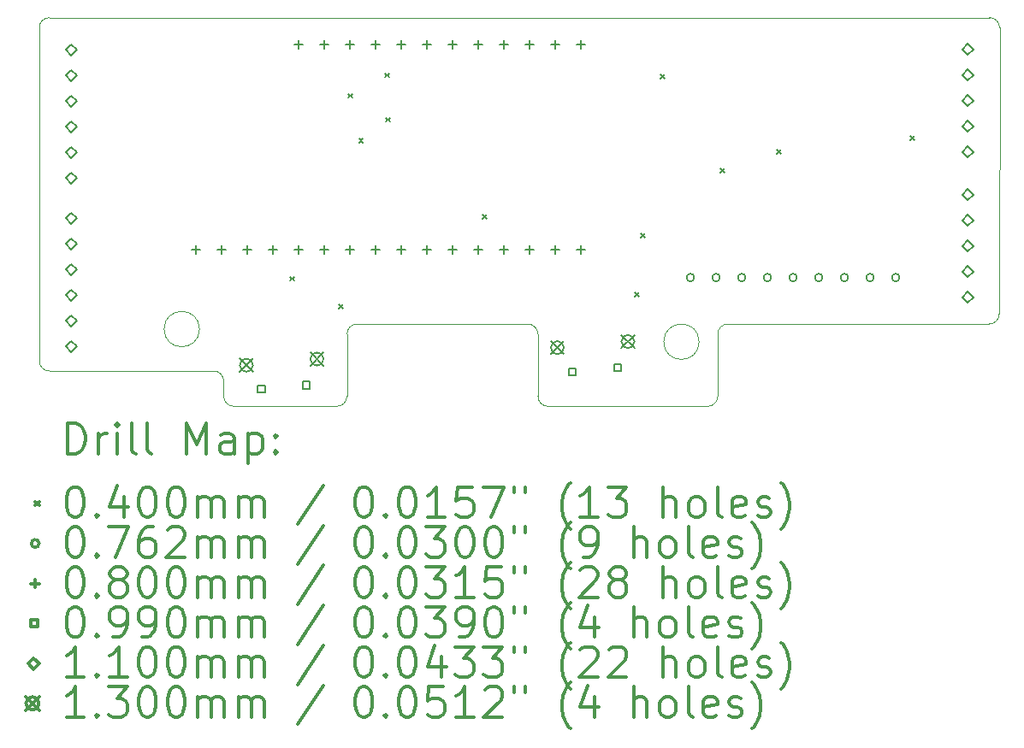
<source format=gbr>
%FSLAX45Y45*%
G04 Gerber Fmt 4.5, Leading zero omitted, Abs format (unit mm)*
G04 Created by KiCad (PCBNEW (5.1.10-1-10_14)) date 2021-07-05 16:23:32*
%MOMM*%
%LPD*%
G01*
G04 APERTURE LIST*
%TA.AperFunction,Profile*%
%ADD10C,0.050000*%
%TD*%
%ADD11C,0.200000*%
%ADD12C,0.300000*%
G04 APERTURE END LIST*
D10*
X14580000Y-8350000D02*
G75*
G03*
X14580000Y-8350000I-175000J0D01*
G01*
X9635000Y-8225000D02*
G75*
G03*
X9635000Y-8225000I-175000J0D01*
G01*
X8050000Y-5240000D02*
G75*
G02*
X8150000Y-5140000I100000J0D01*
G01*
X8150000Y-8640000D02*
G75*
G02*
X8050000Y-8540000I0J100000D01*
G01*
X9775000Y-8640000D02*
G75*
G02*
X9875000Y-8740000I0J-100000D01*
G01*
X9975000Y-8990000D02*
G75*
G02*
X9875000Y-8890000I0J100000D01*
G01*
X11095000Y-8890000D02*
G75*
G02*
X10995000Y-8990000I-100000J0D01*
G01*
X11095000Y-8275000D02*
G75*
G02*
X11195000Y-8175000I100000J0D01*
G01*
X12885000Y-8175000D02*
G75*
G02*
X12985000Y-8275000I0J-100000D01*
G01*
X13085000Y-8990000D02*
G75*
G02*
X12985000Y-8890000I0J100000D01*
G01*
X14765000Y-8890000D02*
G75*
G02*
X14665000Y-8990000I-100000J0D01*
G01*
X14765000Y-8275000D02*
G75*
G02*
X14865000Y-8175000I100000J0D01*
G01*
X17550000Y-8075000D02*
G75*
G02*
X17450000Y-8175000I-100000J0D01*
G01*
X17455000Y-5140000D02*
G75*
G02*
X17555000Y-5240000I0J-100000D01*
G01*
X8050000Y-5240000D02*
X8050000Y-8540000D01*
X17455000Y-5140000D02*
X8150000Y-5140000D01*
X8150000Y-8640000D02*
X9775000Y-8640000D01*
X9875000Y-8890000D02*
X9875000Y-8740000D01*
X10995000Y-8990000D02*
X9975000Y-8990000D01*
X11095000Y-8275000D02*
X11095000Y-8890000D01*
X12885000Y-8175000D02*
X11195000Y-8175000D01*
X12985000Y-8890000D02*
X12985000Y-8275000D01*
X14665000Y-8990000D02*
X13085000Y-8990000D01*
X14765000Y-8275000D02*
X14765000Y-8890000D01*
X14880000Y-8175000D02*
X14865000Y-8175000D01*
X17450000Y-8175000D02*
X14880000Y-8175000D01*
X17555000Y-5240000D02*
X17550000Y-8075000D01*
D11*
X10535000Y-7705000D02*
X10575000Y-7745000D01*
X10575000Y-7705000D02*
X10535000Y-7745000D01*
X11015000Y-7980000D02*
X11055000Y-8020000D01*
X11055000Y-7980000D02*
X11015000Y-8020000D01*
X11110000Y-5895000D02*
X11150000Y-5935000D01*
X11150000Y-5895000D02*
X11110000Y-5935000D01*
X11215000Y-6340000D02*
X11255000Y-6380000D01*
X11255000Y-6340000D02*
X11215000Y-6380000D01*
X11475000Y-5690000D02*
X11515000Y-5730000D01*
X11515000Y-5690000D02*
X11475000Y-5730000D01*
X11480000Y-6130000D02*
X11520000Y-6170000D01*
X11520000Y-6130000D02*
X11480000Y-6170000D01*
X12438749Y-7093749D02*
X12478749Y-7133749D01*
X12478749Y-7093749D02*
X12438749Y-7133749D01*
X13945002Y-7860001D02*
X13985002Y-7900001D01*
X13985002Y-7860001D02*
X13945002Y-7900001D01*
X14005000Y-7280000D02*
X14045000Y-7320000D01*
X14045000Y-7280000D02*
X14005000Y-7320000D01*
X14197500Y-5705000D02*
X14237500Y-5745000D01*
X14237500Y-5705000D02*
X14197500Y-5745000D01*
X14792500Y-6637500D02*
X14832500Y-6677500D01*
X14832500Y-6637500D02*
X14792500Y-6677500D01*
X15350000Y-6449999D02*
X15390000Y-6489999D01*
X15390000Y-6449999D02*
X15350000Y-6489999D01*
X16670000Y-6315000D02*
X16710000Y-6355000D01*
X16710000Y-6315000D02*
X16670000Y-6355000D01*
X14532100Y-7715000D02*
G75*
G03*
X14532100Y-7715000I-38100J0D01*
G01*
X14786100Y-7715000D02*
G75*
G03*
X14786100Y-7715000I-38100J0D01*
G01*
X15040100Y-7715000D02*
G75*
G03*
X15040100Y-7715000I-38100J0D01*
G01*
X15294100Y-7715000D02*
G75*
G03*
X15294100Y-7715000I-38100J0D01*
G01*
X15548100Y-7715000D02*
G75*
G03*
X15548100Y-7715000I-38100J0D01*
G01*
X15802100Y-7715000D02*
G75*
G03*
X15802100Y-7715000I-38100J0D01*
G01*
X16056100Y-7715000D02*
G75*
G03*
X16056100Y-7715000I-38100J0D01*
G01*
X16310100Y-7715000D02*
G75*
G03*
X16310100Y-7715000I-38100J0D01*
G01*
X16564100Y-7715000D02*
G75*
G03*
X16564100Y-7715000I-38100J0D01*
G01*
X9600000Y-7399000D02*
X9600000Y-7479000D01*
X9560000Y-7439000D02*
X9640000Y-7439000D01*
X9854000Y-7399000D02*
X9854000Y-7479000D01*
X9814000Y-7439000D02*
X9894000Y-7439000D01*
X10108000Y-7399000D02*
X10108000Y-7479000D01*
X10068000Y-7439000D02*
X10148000Y-7439000D01*
X10362000Y-7399000D02*
X10362000Y-7479000D01*
X10322000Y-7439000D02*
X10402000Y-7439000D01*
X10616000Y-5367000D02*
X10616000Y-5447000D01*
X10576000Y-5407000D02*
X10656000Y-5407000D01*
X10616000Y-7399000D02*
X10616000Y-7479000D01*
X10576000Y-7439000D02*
X10656000Y-7439000D01*
X10870000Y-5367000D02*
X10870000Y-5447000D01*
X10830000Y-5407000D02*
X10910000Y-5407000D01*
X10870000Y-7399000D02*
X10870000Y-7479000D01*
X10830000Y-7439000D02*
X10910000Y-7439000D01*
X11124000Y-5367000D02*
X11124000Y-5447000D01*
X11084000Y-5407000D02*
X11164000Y-5407000D01*
X11124000Y-7399000D02*
X11124000Y-7479000D01*
X11084000Y-7439000D02*
X11164000Y-7439000D01*
X11378000Y-5367000D02*
X11378000Y-5447000D01*
X11338000Y-5407000D02*
X11418000Y-5407000D01*
X11378000Y-7399000D02*
X11378000Y-7479000D01*
X11338000Y-7439000D02*
X11418000Y-7439000D01*
X11632000Y-5367000D02*
X11632000Y-5447000D01*
X11592000Y-5407000D02*
X11672000Y-5407000D01*
X11632000Y-7399000D02*
X11632000Y-7479000D01*
X11592000Y-7439000D02*
X11672000Y-7439000D01*
X11886000Y-5367000D02*
X11886000Y-5447000D01*
X11846000Y-5407000D02*
X11926000Y-5407000D01*
X11886000Y-7399000D02*
X11886000Y-7479000D01*
X11846000Y-7439000D02*
X11926000Y-7439000D01*
X12140000Y-5367000D02*
X12140000Y-5447000D01*
X12100000Y-5407000D02*
X12180000Y-5407000D01*
X12140000Y-7399000D02*
X12140000Y-7479000D01*
X12100000Y-7439000D02*
X12180000Y-7439000D01*
X12394000Y-5367000D02*
X12394000Y-5447000D01*
X12354000Y-5407000D02*
X12434000Y-5407000D01*
X12394000Y-7399000D02*
X12394000Y-7479000D01*
X12354000Y-7439000D02*
X12434000Y-7439000D01*
X12648000Y-5367000D02*
X12648000Y-5447000D01*
X12608000Y-5407000D02*
X12688000Y-5407000D01*
X12648000Y-7399000D02*
X12648000Y-7479000D01*
X12608000Y-7439000D02*
X12688000Y-7439000D01*
X12902000Y-5367000D02*
X12902000Y-5447000D01*
X12862000Y-5407000D02*
X12942000Y-5407000D01*
X12902000Y-7399000D02*
X12902000Y-7479000D01*
X12862000Y-7439000D02*
X12942000Y-7439000D01*
X13156000Y-5367000D02*
X13156000Y-5447000D01*
X13116000Y-5407000D02*
X13196000Y-5407000D01*
X13156000Y-7399000D02*
X13156000Y-7479000D01*
X13116000Y-7439000D02*
X13196000Y-7439000D01*
X13410000Y-5367000D02*
X13410000Y-5447000D01*
X13370000Y-5407000D02*
X13450000Y-5407000D01*
X13410000Y-7399000D02*
X13410000Y-7479000D01*
X13370000Y-7439000D02*
X13450000Y-7439000D01*
X10281715Y-8854222D02*
X10281715Y-8784218D01*
X10211710Y-8784218D01*
X10211710Y-8854222D01*
X10281715Y-8854222D01*
X10730002Y-8815002D02*
X10730002Y-8744998D01*
X10659998Y-8744998D01*
X10659998Y-8815002D01*
X10730002Y-8815002D01*
X13359214Y-8681722D02*
X13359214Y-8611718D01*
X13289210Y-8611718D01*
X13289210Y-8681722D01*
X13359214Y-8681722D01*
X13807502Y-8642502D02*
X13807502Y-8572498D01*
X13737498Y-8572498D01*
X13737498Y-8642502D01*
X13807502Y-8642502D01*
X8365000Y-5512500D02*
X8420000Y-5457500D01*
X8365000Y-5402500D01*
X8310000Y-5457500D01*
X8365000Y-5512500D01*
X8365000Y-5766500D02*
X8420000Y-5711500D01*
X8365000Y-5656500D01*
X8310000Y-5711500D01*
X8365000Y-5766500D01*
X8365000Y-6020500D02*
X8420000Y-5965500D01*
X8365000Y-5910500D01*
X8310000Y-5965500D01*
X8365000Y-6020500D01*
X8365000Y-6274500D02*
X8420000Y-6219500D01*
X8365000Y-6164500D01*
X8310000Y-6219500D01*
X8365000Y-6274500D01*
X8365000Y-6528500D02*
X8420000Y-6473500D01*
X8365000Y-6418500D01*
X8310000Y-6473500D01*
X8365000Y-6528500D01*
X8365000Y-6782500D02*
X8420000Y-6727500D01*
X8365000Y-6672500D01*
X8310000Y-6727500D01*
X8365000Y-6782500D01*
X8365000Y-7180000D02*
X8420000Y-7125000D01*
X8365000Y-7070000D01*
X8310000Y-7125000D01*
X8365000Y-7180000D01*
X8365000Y-7434000D02*
X8420000Y-7379000D01*
X8365000Y-7324000D01*
X8310000Y-7379000D01*
X8365000Y-7434000D01*
X8365000Y-7688000D02*
X8420000Y-7633000D01*
X8365000Y-7578000D01*
X8310000Y-7633000D01*
X8365000Y-7688000D01*
X8365000Y-7942000D02*
X8420000Y-7887000D01*
X8365000Y-7832000D01*
X8310000Y-7887000D01*
X8365000Y-7942000D01*
X8365000Y-8196000D02*
X8420000Y-8141000D01*
X8365000Y-8086000D01*
X8310000Y-8141000D01*
X8365000Y-8196000D01*
X8365000Y-8450000D02*
X8420000Y-8395000D01*
X8365000Y-8340000D01*
X8310000Y-8395000D01*
X8365000Y-8450000D01*
X17240000Y-5510000D02*
X17295000Y-5455000D01*
X17240000Y-5400000D01*
X17185000Y-5455000D01*
X17240000Y-5510000D01*
X17240000Y-5764000D02*
X17295000Y-5709000D01*
X17240000Y-5654000D01*
X17185000Y-5709000D01*
X17240000Y-5764000D01*
X17240000Y-6018000D02*
X17295000Y-5963000D01*
X17240000Y-5908000D01*
X17185000Y-5963000D01*
X17240000Y-6018000D01*
X17240000Y-6272000D02*
X17295000Y-6217000D01*
X17240000Y-6162000D01*
X17185000Y-6217000D01*
X17240000Y-6272000D01*
X17240000Y-6526000D02*
X17295000Y-6471000D01*
X17240000Y-6416000D01*
X17185000Y-6471000D01*
X17240000Y-6526000D01*
X17240000Y-6949000D02*
X17295000Y-6894000D01*
X17240000Y-6839000D01*
X17185000Y-6894000D01*
X17240000Y-6949000D01*
X17240000Y-7203000D02*
X17295000Y-7148000D01*
X17240000Y-7093000D01*
X17185000Y-7148000D01*
X17240000Y-7203000D01*
X17240000Y-7457000D02*
X17295000Y-7402000D01*
X17240000Y-7347000D01*
X17185000Y-7402000D01*
X17240000Y-7457000D01*
X17240000Y-7711000D02*
X17295000Y-7656000D01*
X17240000Y-7601000D01*
X17185000Y-7656000D01*
X17240000Y-7711000D01*
X17240000Y-7965000D02*
X17295000Y-7910000D01*
X17240000Y-7855000D01*
X17185000Y-7910000D01*
X17240000Y-7965000D01*
X10034490Y-8517149D02*
X10164490Y-8647149D01*
X10164490Y-8517149D02*
X10034490Y-8647149D01*
X10164490Y-8582149D02*
G75*
G03*
X10164490Y-8582149I-65000J0D01*
G01*
X10732823Y-8456053D02*
X10862823Y-8586053D01*
X10862823Y-8456053D02*
X10732823Y-8586053D01*
X10862823Y-8521053D02*
G75*
G03*
X10862823Y-8521053I-65000J0D01*
G01*
X13111990Y-8344649D02*
X13241990Y-8474649D01*
X13241990Y-8344649D02*
X13111990Y-8474649D01*
X13241990Y-8409649D02*
G75*
G03*
X13241990Y-8409649I-65000J0D01*
G01*
X13810323Y-8283553D02*
X13940323Y-8413553D01*
X13940323Y-8283553D02*
X13810323Y-8413553D01*
X13940323Y-8348553D02*
G75*
G03*
X13940323Y-8348553I-65000J0D01*
G01*
D12*
X8333928Y-9458214D02*
X8333928Y-9158214D01*
X8405357Y-9158214D01*
X8448214Y-9172500D01*
X8476786Y-9201072D01*
X8491071Y-9229643D01*
X8505357Y-9286786D01*
X8505357Y-9329643D01*
X8491071Y-9386786D01*
X8476786Y-9415357D01*
X8448214Y-9443929D01*
X8405357Y-9458214D01*
X8333928Y-9458214D01*
X8633928Y-9458214D02*
X8633928Y-9258214D01*
X8633928Y-9315357D02*
X8648214Y-9286786D01*
X8662500Y-9272500D01*
X8691071Y-9258214D01*
X8719643Y-9258214D01*
X8819643Y-9458214D02*
X8819643Y-9258214D01*
X8819643Y-9158214D02*
X8805357Y-9172500D01*
X8819643Y-9186786D01*
X8833928Y-9172500D01*
X8819643Y-9158214D01*
X8819643Y-9186786D01*
X9005357Y-9458214D02*
X8976786Y-9443929D01*
X8962500Y-9415357D01*
X8962500Y-9158214D01*
X9162500Y-9458214D02*
X9133928Y-9443929D01*
X9119643Y-9415357D01*
X9119643Y-9158214D01*
X9505357Y-9458214D02*
X9505357Y-9158214D01*
X9605357Y-9372500D01*
X9705357Y-9158214D01*
X9705357Y-9458214D01*
X9976786Y-9458214D02*
X9976786Y-9301072D01*
X9962500Y-9272500D01*
X9933928Y-9258214D01*
X9876786Y-9258214D01*
X9848214Y-9272500D01*
X9976786Y-9443929D02*
X9948214Y-9458214D01*
X9876786Y-9458214D01*
X9848214Y-9443929D01*
X9833928Y-9415357D01*
X9833928Y-9386786D01*
X9848214Y-9358214D01*
X9876786Y-9343929D01*
X9948214Y-9343929D01*
X9976786Y-9329643D01*
X10119643Y-9258214D02*
X10119643Y-9558214D01*
X10119643Y-9272500D02*
X10148214Y-9258214D01*
X10205357Y-9258214D01*
X10233928Y-9272500D01*
X10248214Y-9286786D01*
X10262500Y-9315357D01*
X10262500Y-9401072D01*
X10248214Y-9429643D01*
X10233928Y-9443929D01*
X10205357Y-9458214D01*
X10148214Y-9458214D01*
X10119643Y-9443929D01*
X10391071Y-9429643D02*
X10405357Y-9443929D01*
X10391071Y-9458214D01*
X10376786Y-9443929D01*
X10391071Y-9429643D01*
X10391071Y-9458214D01*
X10391071Y-9272500D02*
X10405357Y-9286786D01*
X10391071Y-9301072D01*
X10376786Y-9286786D01*
X10391071Y-9272500D01*
X10391071Y-9301072D01*
X8007500Y-9932500D02*
X8047500Y-9972500D01*
X8047500Y-9932500D02*
X8007500Y-9972500D01*
X8391071Y-9788214D02*
X8419643Y-9788214D01*
X8448214Y-9802500D01*
X8462500Y-9816786D01*
X8476786Y-9845357D01*
X8491071Y-9902500D01*
X8491071Y-9973929D01*
X8476786Y-10031072D01*
X8462500Y-10059643D01*
X8448214Y-10073929D01*
X8419643Y-10088214D01*
X8391071Y-10088214D01*
X8362500Y-10073929D01*
X8348214Y-10059643D01*
X8333928Y-10031072D01*
X8319643Y-9973929D01*
X8319643Y-9902500D01*
X8333928Y-9845357D01*
X8348214Y-9816786D01*
X8362500Y-9802500D01*
X8391071Y-9788214D01*
X8619643Y-10059643D02*
X8633928Y-10073929D01*
X8619643Y-10088214D01*
X8605357Y-10073929D01*
X8619643Y-10059643D01*
X8619643Y-10088214D01*
X8891071Y-9888214D02*
X8891071Y-10088214D01*
X8819643Y-9773929D02*
X8748214Y-9988214D01*
X8933928Y-9988214D01*
X9105357Y-9788214D02*
X9133928Y-9788214D01*
X9162500Y-9802500D01*
X9176786Y-9816786D01*
X9191071Y-9845357D01*
X9205357Y-9902500D01*
X9205357Y-9973929D01*
X9191071Y-10031072D01*
X9176786Y-10059643D01*
X9162500Y-10073929D01*
X9133928Y-10088214D01*
X9105357Y-10088214D01*
X9076786Y-10073929D01*
X9062500Y-10059643D01*
X9048214Y-10031072D01*
X9033928Y-9973929D01*
X9033928Y-9902500D01*
X9048214Y-9845357D01*
X9062500Y-9816786D01*
X9076786Y-9802500D01*
X9105357Y-9788214D01*
X9391071Y-9788214D02*
X9419643Y-9788214D01*
X9448214Y-9802500D01*
X9462500Y-9816786D01*
X9476786Y-9845357D01*
X9491071Y-9902500D01*
X9491071Y-9973929D01*
X9476786Y-10031072D01*
X9462500Y-10059643D01*
X9448214Y-10073929D01*
X9419643Y-10088214D01*
X9391071Y-10088214D01*
X9362500Y-10073929D01*
X9348214Y-10059643D01*
X9333928Y-10031072D01*
X9319643Y-9973929D01*
X9319643Y-9902500D01*
X9333928Y-9845357D01*
X9348214Y-9816786D01*
X9362500Y-9802500D01*
X9391071Y-9788214D01*
X9619643Y-10088214D02*
X9619643Y-9888214D01*
X9619643Y-9916786D02*
X9633928Y-9902500D01*
X9662500Y-9888214D01*
X9705357Y-9888214D01*
X9733928Y-9902500D01*
X9748214Y-9931072D01*
X9748214Y-10088214D01*
X9748214Y-9931072D02*
X9762500Y-9902500D01*
X9791071Y-9888214D01*
X9833928Y-9888214D01*
X9862500Y-9902500D01*
X9876786Y-9931072D01*
X9876786Y-10088214D01*
X10019643Y-10088214D02*
X10019643Y-9888214D01*
X10019643Y-9916786D02*
X10033928Y-9902500D01*
X10062500Y-9888214D01*
X10105357Y-9888214D01*
X10133928Y-9902500D01*
X10148214Y-9931072D01*
X10148214Y-10088214D01*
X10148214Y-9931072D02*
X10162500Y-9902500D01*
X10191071Y-9888214D01*
X10233928Y-9888214D01*
X10262500Y-9902500D01*
X10276786Y-9931072D01*
X10276786Y-10088214D01*
X10862500Y-9773929D02*
X10605357Y-10159643D01*
X11248214Y-9788214D02*
X11276786Y-9788214D01*
X11305357Y-9802500D01*
X11319643Y-9816786D01*
X11333928Y-9845357D01*
X11348214Y-9902500D01*
X11348214Y-9973929D01*
X11333928Y-10031072D01*
X11319643Y-10059643D01*
X11305357Y-10073929D01*
X11276786Y-10088214D01*
X11248214Y-10088214D01*
X11219643Y-10073929D01*
X11205357Y-10059643D01*
X11191071Y-10031072D01*
X11176786Y-9973929D01*
X11176786Y-9902500D01*
X11191071Y-9845357D01*
X11205357Y-9816786D01*
X11219643Y-9802500D01*
X11248214Y-9788214D01*
X11476786Y-10059643D02*
X11491071Y-10073929D01*
X11476786Y-10088214D01*
X11462500Y-10073929D01*
X11476786Y-10059643D01*
X11476786Y-10088214D01*
X11676786Y-9788214D02*
X11705357Y-9788214D01*
X11733928Y-9802500D01*
X11748214Y-9816786D01*
X11762500Y-9845357D01*
X11776786Y-9902500D01*
X11776786Y-9973929D01*
X11762500Y-10031072D01*
X11748214Y-10059643D01*
X11733928Y-10073929D01*
X11705357Y-10088214D01*
X11676786Y-10088214D01*
X11648214Y-10073929D01*
X11633928Y-10059643D01*
X11619643Y-10031072D01*
X11605357Y-9973929D01*
X11605357Y-9902500D01*
X11619643Y-9845357D01*
X11633928Y-9816786D01*
X11648214Y-9802500D01*
X11676786Y-9788214D01*
X12062500Y-10088214D02*
X11891071Y-10088214D01*
X11976786Y-10088214D02*
X11976786Y-9788214D01*
X11948214Y-9831072D01*
X11919643Y-9859643D01*
X11891071Y-9873929D01*
X12333928Y-9788214D02*
X12191071Y-9788214D01*
X12176786Y-9931072D01*
X12191071Y-9916786D01*
X12219643Y-9902500D01*
X12291071Y-9902500D01*
X12319643Y-9916786D01*
X12333928Y-9931072D01*
X12348214Y-9959643D01*
X12348214Y-10031072D01*
X12333928Y-10059643D01*
X12319643Y-10073929D01*
X12291071Y-10088214D01*
X12219643Y-10088214D01*
X12191071Y-10073929D01*
X12176786Y-10059643D01*
X12448214Y-9788214D02*
X12648214Y-9788214D01*
X12519643Y-10088214D01*
X12748214Y-9788214D02*
X12748214Y-9845357D01*
X12862500Y-9788214D02*
X12862500Y-9845357D01*
X13305357Y-10202500D02*
X13291071Y-10188214D01*
X13262500Y-10145357D01*
X13248214Y-10116786D01*
X13233928Y-10073929D01*
X13219643Y-10002500D01*
X13219643Y-9945357D01*
X13233928Y-9873929D01*
X13248214Y-9831072D01*
X13262500Y-9802500D01*
X13291071Y-9759643D01*
X13305357Y-9745357D01*
X13576786Y-10088214D02*
X13405357Y-10088214D01*
X13491071Y-10088214D02*
X13491071Y-9788214D01*
X13462500Y-9831072D01*
X13433928Y-9859643D01*
X13405357Y-9873929D01*
X13676786Y-9788214D02*
X13862500Y-9788214D01*
X13762500Y-9902500D01*
X13805357Y-9902500D01*
X13833928Y-9916786D01*
X13848214Y-9931072D01*
X13862500Y-9959643D01*
X13862500Y-10031072D01*
X13848214Y-10059643D01*
X13833928Y-10073929D01*
X13805357Y-10088214D01*
X13719643Y-10088214D01*
X13691071Y-10073929D01*
X13676786Y-10059643D01*
X14219643Y-10088214D02*
X14219643Y-9788214D01*
X14348214Y-10088214D02*
X14348214Y-9931072D01*
X14333928Y-9902500D01*
X14305357Y-9888214D01*
X14262500Y-9888214D01*
X14233928Y-9902500D01*
X14219643Y-9916786D01*
X14533928Y-10088214D02*
X14505357Y-10073929D01*
X14491071Y-10059643D01*
X14476786Y-10031072D01*
X14476786Y-9945357D01*
X14491071Y-9916786D01*
X14505357Y-9902500D01*
X14533928Y-9888214D01*
X14576786Y-9888214D01*
X14605357Y-9902500D01*
X14619643Y-9916786D01*
X14633928Y-9945357D01*
X14633928Y-10031072D01*
X14619643Y-10059643D01*
X14605357Y-10073929D01*
X14576786Y-10088214D01*
X14533928Y-10088214D01*
X14805357Y-10088214D02*
X14776786Y-10073929D01*
X14762500Y-10045357D01*
X14762500Y-9788214D01*
X15033928Y-10073929D02*
X15005357Y-10088214D01*
X14948214Y-10088214D01*
X14919643Y-10073929D01*
X14905357Y-10045357D01*
X14905357Y-9931072D01*
X14919643Y-9902500D01*
X14948214Y-9888214D01*
X15005357Y-9888214D01*
X15033928Y-9902500D01*
X15048214Y-9931072D01*
X15048214Y-9959643D01*
X14905357Y-9988214D01*
X15162500Y-10073929D02*
X15191071Y-10088214D01*
X15248214Y-10088214D01*
X15276786Y-10073929D01*
X15291071Y-10045357D01*
X15291071Y-10031072D01*
X15276786Y-10002500D01*
X15248214Y-9988214D01*
X15205357Y-9988214D01*
X15176786Y-9973929D01*
X15162500Y-9945357D01*
X15162500Y-9931072D01*
X15176786Y-9902500D01*
X15205357Y-9888214D01*
X15248214Y-9888214D01*
X15276786Y-9902500D01*
X15391071Y-10202500D02*
X15405357Y-10188214D01*
X15433928Y-10145357D01*
X15448214Y-10116786D01*
X15462500Y-10073929D01*
X15476786Y-10002500D01*
X15476786Y-9945357D01*
X15462500Y-9873929D01*
X15448214Y-9831072D01*
X15433928Y-9802500D01*
X15405357Y-9759643D01*
X15391071Y-9745357D01*
X8047500Y-10348500D02*
G75*
G03*
X8047500Y-10348500I-38100J0D01*
G01*
X8391071Y-10184214D02*
X8419643Y-10184214D01*
X8448214Y-10198500D01*
X8462500Y-10212786D01*
X8476786Y-10241357D01*
X8491071Y-10298500D01*
X8491071Y-10369929D01*
X8476786Y-10427072D01*
X8462500Y-10455643D01*
X8448214Y-10469929D01*
X8419643Y-10484214D01*
X8391071Y-10484214D01*
X8362500Y-10469929D01*
X8348214Y-10455643D01*
X8333928Y-10427072D01*
X8319643Y-10369929D01*
X8319643Y-10298500D01*
X8333928Y-10241357D01*
X8348214Y-10212786D01*
X8362500Y-10198500D01*
X8391071Y-10184214D01*
X8619643Y-10455643D02*
X8633928Y-10469929D01*
X8619643Y-10484214D01*
X8605357Y-10469929D01*
X8619643Y-10455643D01*
X8619643Y-10484214D01*
X8733928Y-10184214D02*
X8933928Y-10184214D01*
X8805357Y-10484214D01*
X9176786Y-10184214D02*
X9119643Y-10184214D01*
X9091071Y-10198500D01*
X9076786Y-10212786D01*
X9048214Y-10255643D01*
X9033928Y-10312786D01*
X9033928Y-10427072D01*
X9048214Y-10455643D01*
X9062500Y-10469929D01*
X9091071Y-10484214D01*
X9148214Y-10484214D01*
X9176786Y-10469929D01*
X9191071Y-10455643D01*
X9205357Y-10427072D01*
X9205357Y-10355643D01*
X9191071Y-10327072D01*
X9176786Y-10312786D01*
X9148214Y-10298500D01*
X9091071Y-10298500D01*
X9062500Y-10312786D01*
X9048214Y-10327072D01*
X9033928Y-10355643D01*
X9319643Y-10212786D02*
X9333928Y-10198500D01*
X9362500Y-10184214D01*
X9433928Y-10184214D01*
X9462500Y-10198500D01*
X9476786Y-10212786D01*
X9491071Y-10241357D01*
X9491071Y-10269929D01*
X9476786Y-10312786D01*
X9305357Y-10484214D01*
X9491071Y-10484214D01*
X9619643Y-10484214D02*
X9619643Y-10284214D01*
X9619643Y-10312786D02*
X9633928Y-10298500D01*
X9662500Y-10284214D01*
X9705357Y-10284214D01*
X9733928Y-10298500D01*
X9748214Y-10327072D01*
X9748214Y-10484214D01*
X9748214Y-10327072D02*
X9762500Y-10298500D01*
X9791071Y-10284214D01*
X9833928Y-10284214D01*
X9862500Y-10298500D01*
X9876786Y-10327072D01*
X9876786Y-10484214D01*
X10019643Y-10484214D02*
X10019643Y-10284214D01*
X10019643Y-10312786D02*
X10033928Y-10298500D01*
X10062500Y-10284214D01*
X10105357Y-10284214D01*
X10133928Y-10298500D01*
X10148214Y-10327072D01*
X10148214Y-10484214D01*
X10148214Y-10327072D02*
X10162500Y-10298500D01*
X10191071Y-10284214D01*
X10233928Y-10284214D01*
X10262500Y-10298500D01*
X10276786Y-10327072D01*
X10276786Y-10484214D01*
X10862500Y-10169929D02*
X10605357Y-10555643D01*
X11248214Y-10184214D02*
X11276786Y-10184214D01*
X11305357Y-10198500D01*
X11319643Y-10212786D01*
X11333928Y-10241357D01*
X11348214Y-10298500D01*
X11348214Y-10369929D01*
X11333928Y-10427072D01*
X11319643Y-10455643D01*
X11305357Y-10469929D01*
X11276786Y-10484214D01*
X11248214Y-10484214D01*
X11219643Y-10469929D01*
X11205357Y-10455643D01*
X11191071Y-10427072D01*
X11176786Y-10369929D01*
X11176786Y-10298500D01*
X11191071Y-10241357D01*
X11205357Y-10212786D01*
X11219643Y-10198500D01*
X11248214Y-10184214D01*
X11476786Y-10455643D02*
X11491071Y-10469929D01*
X11476786Y-10484214D01*
X11462500Y-10469929D01*
X11476786Y-10455643D01*
X11476786Y-10484214D01*
X11676786Y-10184214D02*
X11705357Y-10184214D01*
X11733928Y-10198500D01*
X11748214Y-10212786D01*
X11762500Y-10241357D01*
X11776786Y-10298500D01*
X11776786Y-10369929D01*
X11762500Y-10427072D01*
X11748214Y-10455643D01*
X11733928Y-10469929D01*
X11705357Y-10484214D01*
X11676786Y-10484214D01*
X11648214Y-10469929D01*
X11633928Y-10455643D01*
X11619643Y-10427072D01*
X11605357Y-10369929D01*
X11605357Y-10298500D01*
X11619643Y-10241357D01*
X11633928Y-10212786D01*
X11648214Y-10198500D01*
X11676786Y-10184214D01*
X11876786Y-10184214D02*
X12062500Y-10184214D01*
X11962500Y-10298500D01*
X12005357Y-10298500D01*
X12033928Y-10312786D01*
X12048214Y-10327072D01*
X12062500Y-10355643D01*
X12062500Y-10427072D01*
X12048214Y-10455643D01*
X12033928Y-10469929D01*
X12005357Y-10484214D01*
X11919643Y-10484214D01*
X11891071Y-10469929D01*
X11876786Y-10455643D01*
X12248214Y-10184214D02*
X12276786Y-10184214D01*
X12305357Y-10198500D01*
X12319643Y-10212786D01*
X12333928Y-10241357D01*
X12348214Y-10298500D01*
X12348214Y-10369929D01*
X12333928Y-10427072D01*
X12319643Y-10455643D01*
X12305357Y-10469929D01*
X12276786Y-10484214D01*
X12248214Y-10484214D01*
X12219643Y-10469929D01*
X12205357Y-10455643D01*
X12191071Y-10427072D01*
X12176786Y-10369929D01*
X12176786Y-10298500D01*
X12191071Y-10241357D01*
X12205357Y-10212786D01*
X12219643Y-10198500D01*
X12248214Y-10184214D01*
X12533928Y-10184214D02*
X12562500Y-10184214D01*
X12591071Y-10198500D01*
X12605357Y-10212786D01*
X12619643Y-10241357D01*
X12633928Y-10298500D01*
X12633928Y-10369929D01*
X12619643Y-10427072D01*
X12605357Y-10455643D01*
X12591071Y-10469929D01*
X12562500Y-10484214D01*
X12533928Y-10484214D01*
X12505357Y-10469929D01*
X12491071Y-10455643D01*
X12476786Y-10427072D01*
X12462500Y-10369929D01*
X12462500Y-10298500D01*
X12476786Y-10241357D01*
X12491071Y-10212786D01*
X12505357Y-10198500D01*
X12533928Y-10184214D01*
X12748214Y-10184214D02*
X12748214Y-10241357D01*
X12862500Y-10184214D02*
X12862500Y-10241357D01*
X13305357Y-10598500D02*
X13291071Y-10584214D01*
X13262500Y-10541357D01*
X13248214Y-10512786D01*
X13233928Y-10469929D01*
X13219643Y-10398500D01*
X13219643Y-10341357D01*
X13233928Y-10269929D01*
X13248214Y-10227072D01*
X13262500Y-10198500D01*
X13291071Y-10155643D01*
X13305357Y-10141357D01*
X13433928Y-10484214D02*
X13491071Y-10484214D01*
X13519643Y-10469929D01*
X13533928Y-10455643D01*
X13562500Y-10412786D01*
X13576786Y-10355643D01*
X13576786Y-10241357D01*
X13562500Y-10212786D01*
X13548214Y-10198500D01*
X13519643Y-10184214D01*
X13462500Y-10184214D01*
X13433928Y-10198500D01*
X13419643Y-10212786D01*
X13405357Y-10241357D01*
X13405357Y-10312786D01*
X13419643Y-10341357D01*
X13433928Y-10355643D01*
X13462500Y-10369929D01*
X13519643Y-10369929D01*
X13548214Y-10355643D01*
X13562500Y-10341357D01*
X13576786Y-10312786D01*
X13933928Y-10484214D02*
X13933928Y-10184214D01*
X14062500Y-10484214D02*
X14062500Y-10327072D01*
X14048214Y-10298500D01*
X14019643Y-10284214D01*
X13976786Y-10284214D01*
X13948214Y-10298500D01*
X13933928Y-10312786D01*
X14248214Y-10484214D02*
X14219643Y-10469929D01*
X14205357Y-10455643D01*
X14191071Y-10427072D01*
X14191071Y-10341357D01*
X14205357Y-10312786D01*
X14219643Y-10298500D01*
X14248214Y-10284214D01*
X14291071Y-10284214D01*
X14319643Y-10298500D01*
X14333928Y-10312786D01*
X14348214Y-10341357D01*
X14348214Y-10427072D01*
X14333928Y-10455643D01*
X14319643Y-10469929D01*
X14291071Y-10484214D01*
X14248214Y-10484214D01*
X14519643Y-10484214D02*
X14491071Y-10469929D01*
X14476786Y-10441357D01*
X14476786Y-10184214D01*
X14748214Y-10469929D02*
X14719643Y-10484214D01*
X14662500Y-10484214D01*
X14633928Y-10469929D01*
X14619643Y-10441357D01*
X14619643Y-10327072D01*
X14633928Y-10298500D01*
X14662500Y-10284214D01*
X14719643Y-10284214D01*
X14748214Y-10298500D01*
X14762500Y-10327072D01*
X14762500Y-10355643D01*
X14619643Y-10384214D01*
X14876786Y-10469929D02*
X14905357Y-10484214D01*
X14962500Y-10484214D01*
X14991071Y-10469929D01*
X15005357Y-10441357D01*
X15005357Y-10427072D01*
X14991071Y-10398500D01*
X14962500Y-10384214D01*
X14919643Y-10384214D01*
X14891071Y-10369929D01*
X14876786Y-10341357D01*
X14876786Y-10327072D01*
X14891071Y-10298500D01*
X14919643Y-10284214D01*
X14962500Y-10284214D01*
X14991071Y-10298500D01*
X15105357Y-10598500D02*
X15119643Y-10584214D01*
X15148214Y-10541357D01*
X15162500Y-10512786D01*
X15176786Y-10469929D01*
X15191071Y-10398500D01*
X15191071Y-10341357D01*
X15176786Y-10269929D01*
X15162500Y-10227072D01*
X15148214Y-10198500D01*
X15119643Y-10155643D01*
X15105357Y-10141357D01*
X8007500Y-10704500D02*
X8007500Y-10784500D01*
X7967500Y-10744500D02*
X8047500Y-10744500D01*
X8391071Y-10580214D02*
X8419643Y-10580214D01*
X8448214Y-10594500D01*
X8462500Y-10608786D01*
X8476786Y-10637357D01*
X8491071Y-10694500D01*
X8491071Y-10765929D01*
X8476786Y-10823072D01*
X8462500Y-10851643D01*
X8448214Y-10865929D01*
X8419643Y-10880214D01*
X8391071Y-10880214D01*
X8362500Y-10865929D01*
X8348214Y-10851643D01*
X8333928Y-10823072D01*
X8319643Y-10765929D01*
X8319643Y-10694500D01*
X8333928Y-10637357D01*
X8348214Y-10608786D01*
X8362500Y-10594500D01*
X8391071Y-10580214D01*
X8619643Y-10851643D02*
X8633928Y-10865929D01*
X8619643Y-10880214D01*
X8605357Y-10865929D01*
X8619643Y-10851643D01*
X8619643Y-10880214D01*
X8805357Y-10708786D02*
X8776786Y-10694500D01*
X8762500Y-10680214D01*
X8748214Y-10651643D01*
X8748214Y-10637357D01*
X8762500Y-10608786D01*
X8776786Y-10594500D01*
X8805357Y-10580214D01*
X8862500Y-10580214D01*
X8891071Y-10594500D01*
X8905357Y-10608786D01*
X8919643Y-10637357D01*
X8919643Y-10651643D01*
X8905357Y-10680214D01*
X8891071Y-10694500D01*
X8862500Y-10708786D01*
X8805357Y-10708786D01*
X8776786Y-10723072D01*
X8762500Y-10737357D01*
X8748214Y-10765929D01*
X8748214Y-10823072D01*
X8762500Y-10851643D01*
X8776786Y-10865929D01*
X8805357Y-10880214D01*
X8862500Y-10880214D01*
X8891071Y-10865929D01*
X8905357Y-10851643D01*
X8919643Y-10823072D01*
X8919643Y-10765929D01*
X8905357Y-10737357D01*
X8891071Y-10723072D01*
X8862500Y-10708786D01*
X9105357Y-10580214D02*
X9133928Y-10580214D01*
X9162500Y-10594500D01*
X9176786Y-10608786D01*
X9191071Y-10637357D01*
X9205357Y-10694500D01*
X9205357Y-10765929D01*
X9191071Y-10823072D01*
X9176786Y-10851643D01*
X9162500Y-10865929D01*
X9133928Y-10880214D01*
X9105357Y-10880214D01*
X9076786Y-10865929D01*
X9062500Y-10851643D01*
X9048214Y-10823072D01*
X9033928Y-10765929D01*
X9033928Y-10694500D01*
X9048214Y-10637357D01*
X9062500Y-10608786D01*
X9076786Y-10594500D01*
X9105357Y-10580214D01*
X9391071Y-10580214D02*
X9419643Y-10580214D01*
X9448214Y-10594500D01*
X9462500Y-10608786D01*
X9476786Y-10637357D01*
X9491071Y-10694500D01*
X9491071Y-10765929D01*
X9476786Y-10823072D01*
X9462500Y-10851643D01*
X9448214Y-10865929D01*
X9419643Y-10880214D01*
X9391071Y-10880214D01*
X9362500Y-10865929D01*
X9348214Y-10851643D01*
X9333928Y-10823072D01*
X9319643Y-10765929D01*
X9319643Y-10694500D01*
X9333928Y-10637357D01*
X9348214Y-10608786D01*
X9362500Y-10594500D01*
X9391071Y-10580214D01*
X9619643Y-10880214D02*
X9619643Y-10680214D01*
X9619643Y-10708786D02*
X9633928Y-10694500D01*
X9662500Y-10680214D01*
X9705357Y-10680214D01*
X9733928Y-10694500D01*
X9748214Y-10723072D01*
X9748214Y-10880214D01*
X9748214Y-10723072D02*
X9762500Y-10694500D01*
X9791071Y-10680214D01*
X9833928Y-10680214D01*
X9862500Y-10694500D01*
X9876786Y-10723072D01*
X9876786Y-10880214D01*
X10019643Y-10880214D02*
X10019643Y-10680214D01*
X10019643Y-10708786D02*
X10033928Y-10694500D01*
X10062500Y-10680214D01*
X10105357Y-10680214D01*
X10133928Y-10694500D01*
X10148214Y-10723072D01*
X10148214Y-10880214D01*
X10148214Y-10723072D02*
X10162500Y-10694500D01*
X10191071Y-10680214D01*
X10233928Y-10680214D01*
X10262500Y-10694500D01*
X10276786Y-10723072D01*
X10276786Y-10880214D01*
X10862500Y-10565929D02*
X10605357Y-10951643D01*
X11248214Y-10580214D02*
X11276786Y-10580214D01*
X11305357Y-10594500D01*
X11319643Y-10608786D01*
X11333928Y-10637357D01*
X11348214Y-10694500D01*
X11348214Y-10765929D01*
X11333928Y-10823072D01*
X11319643Y-10851643D01*
X11305357Y-10865929D01*
X11276786Y-10880214D01*
X11248214Y-10880214D01*
X11219643Y-10865929D01*
X11205357Y-10851643D01*
X11191071Y-10823072D01*
X11176786Y-10765929D01*
X11176786Y-10694500D01*
X11191071Y-10637357D01*
X11205357Y-10608786D01*
X11219643Y-10594500D01*
X11248214Y-10580214D01*
X11476786Y-10851643D02*
X11491071Y-10865929D01*
X11476786Y-10880214D01*
X11462500Y-10865929D01*
X11476786Y-10851643D01*
X11476786Y-10880214D01*
X11676786Y-10580214D02*
X11705357Y-10580214D01*
X11733928Y-10594500D01*
X11748214Y-10608786D01*
X11762500Y-10637357D01*
X11776786Y-10694500D01*
X11776786Y-10765929D01*
X11762500Y-10823072D01*
X11748214Y-10851643D01*
X11733928Y-10865929D01*
X11705357Y-10880214D01*
X11676786Y-10880214D01*
X11648214Y-10865929D01*
X11633928Y-10851643D01*
X11619643Y-10823072D01*
X11605357Y-10765929D01*
X11605357Y-10694500D01*
X11619643Y-10637357D01*
X11633928Y-10608786D01*
X11648214Y-10594500D01*
X11676786Y-10580214D01*
X11876786Y-10580214D02*
X12062500Y-10580214D01*
X11962500Y-10694500D01*
X12005357Y-10694500D01*
X12033928Y-10708786D01*
X12048214Y-10723072D01*
X12062500Y-10751643D01*
X12062500Y-10823072D01*
X12048214Y-10851643D01*
X12033928Y-10865929D01*
X12005357Y-10880214D01*
X11919643Y-10880214D01*
X11891071Y-10865929D01*
X11876786Y-10851643D01*
X12348214Y-10880214D02*
X12176786Y-10880214D01*
X12262500Y-10880214D02*
X12262500Y-10580214D01*
X12233928Y-10623072D01*
X12205357Y-10651643D01*
X12176786Y-10665929D01*
X12619643Y-10580214D02*
X12476786Y-10580214D01*
X12462500Y-10723072D01*
X12476786Y-10708786D01*
X12505357Y-10694500D01*
X12576786Y-10694500D01*
X12605357Y-10708786D01*
X12619643Y-10723072D01*
X12633928Y-10751643D01*
X12633928Y-10823072D01*
X12619643Y-10851643D01*
X12605357Y-10865929D01*
X12576786Y-10880214D01*
X12505357Y-10880214D01*
X12476786Y-10865929D01*
X12462500Y-10851643D01*
X12748214Y-10580214D02*
X12748214Y-10637357D01*
X12862500Y-10580214D02*
X12862500Y-10637357D01*
X13305357Y-10994500D02*
X13291071Y-10980214D01*
X13262500Y-10937357D01*
X13248214Y-10908786D01*
X13233928Y-10865929D01*
X13219643Y-10794500D01*
X13219643Y-10737357D01*
X13233928Y-10665929D01*
X13248214Y-10623072D01*
X13262500Y-10594500D01*
X13291071Y-10551643D01*
X13305357Y-10537357D01*
X13405357Y-10608786D02*
X13419643Y-10594500D01*
X13448214Y-10580214D01*
X13519643Y-10580214D01*
X13548214Y-10594500D01*
X13562500Y-10608786D01*
X13576786Y-10637357D01*
X13576786Y-10665929D01*
X13562500Y-10708786D01*
X13391071Y-10880214D01*
X13576786Y-10880214D01*
X13748214Y-10708786D02*
X13719643Y-10694500D01*
X13705357Y-10680214D01*
X13691071Y-10651643D01*
X13691071Y-10637357D01*
X13705357Y-10608786D01*
X13719643Y-10594500D01*
X13748214Y-10580214D01*
X13805357Y-10580214D01*
X13833928Y-10594500D01*
X13848214Y-10608786D01*
X13862500Y-10637357D01*
X13862500Y-10651643D01*
X13848214Y-10680214D01*
X13833928Y-10694500D01*
X13805357Y-10708786D01*
X13748214Y-10708786D01*
X13719643Y-10723072D01*
X13705357Y-10737357D01*
X13691071Y-10765929D01*
X13691071Y-10823072D01*
X13705357Y-10851643D01*
X13719643Y-10865929D01*
X13748214Y-10880214D01*
X13805357Y-10880214D01*
X13833928Y-10865929D01*
X13848214Y-10851643D01*
X13862500Y-10823072D01*
X13862500Y-10765929D01*
X13848214Y-10737357D01*
X13833928Y-10723072D01*
X13805357Y-10708786D01*
X14219643Y-10880214D02*
X14219643Y-10580214D01*
X14348214Y-10880214D02*
X14348214Y-10723072D01*
X14333928Y-10694500D01*
X14305357Y-10680214D01*
X14262500Y-10680214D01*
X14233928Y-10694500D01*
X14219643Y-10708786D01*
X14533928Y-10880214D02*
X14505357Y-10865929D01*
X14491071Y-10851643D01*
X14476786Y-10823072D01*
X14476786Y-10737357D01*
X14491071Y-10708786D01*
X14505357Y-10694500D01*
X14533928Y-10680214D01*
X14576786Y-10680214D01*
X14605357Y-10694500D01*
X14619643Y-10708786D01*
X14633928Y-10737357D01*
X14633928Y-10823072D01*
X14619643Y-10851643D01*
X14605357Y-10865929D01*
X14576786Y-10880214D01*
X14533928Y-10880214D01*
X14805357Y-10880214D02*
X14776786Y-10865929D01*
X14762500Y-10837357D01*
X14762500Y-10580214D01*
X15033928Y-10865929D02*
X15005357Y-10880214D01*
X14948214Y-10880214D01*
X14919643Y-10865929D01*
X14905357Y-10837357D01*
X14905357Y-10723072D01*
X14919643Y-10694500D01*
X14948214Y-10680214D01*
X15005357Y-10680214D01*
X15033928Y-10694500D01*
X15048214Y-10723072D01*
X15048214Y-10751643D01*
X14905357Y-10780214D01*
X15162500Y-10865929D02*
X15191071Y-10880214D01*
X15248214Y-10880214D01*
X15276786Y-10865929D01*
X15291071Y-10837357D01*
X15291071Y-10823072D01*
X15276786Y-10794500D01*
X15248214Y-10780214D01*
X15205357Y-10780214D01*
X15176786Y-10765929D01*
X15162500Y-10737357D01*
X15162500Y-10723072D01*
X15176786Y-10694500D01*
X15205357Y-10680214D01*
X15248214Y-10680214D01*
X15276786Y-10694500D01*
X15391071Y-10994500D02*
X15405357Y-10980214D01*
X15433928Y-10937357D01*
X15448214Y-10908786D01*
X15462500Y-10865929D01*
X15476786Y-10794500D01*
X15476786Y-10737357D01*
X15462500Y-10665929D01*
X15448214Y-10623072D01*
X15433928Y-10594500D01*
X15405357Y-10551643D01*
X15391071Y-10537357D01*
X8033002Y-11175502D02*
X8033002Y-11105498D01*
X7962998Y-11105498D01*
X7962998Y-11175502D01*
X8033002Y-11175502D01*
X8391071Y-10976214D02*
X8419643Y-10976214D01*
X8448214Y-10990500D01*
X8462500Y-11004786D01*
X8476786Y-11033357D01*
X8491071Y-11090500D01*
X8491071Y-11161929D01*
X8476786Y-11219071D01*
X8462500Y-11247643D01*
X8448214Y-11261929D01*
X8419643Y-11276214D01*
X8391071Y-11276214D01*
X8362500Y-11261929D01*
X8348214Y-11247643D01*
X8333928Y-11219071D01*
X8319643Y-11161929D01*
X8319643Y-11090500D01*
X8333928Y-11033357D01*
X8348214Y-11004786D01*
X8362500Y-10990500D01*
X8391071Y-10976214D01*
X8619643Y-11247643D02*
X8633928Y-11261929D01*
X8619643Y-11276214D01*
X8605357Y-11261929D01*
X8619643Y-11247643D01*
X8619643Y-11276214D01*
X8776786Y-11276214D02*
X8833928Y-11276214D01*
X8862500Y-11261929D01*
X8876786Y-11247643D01*
X8905357Y-11204786D01*
X8919643Y-11147643D01*
X8919643Y-11033357D01*
X8905357Y-11004786D01*
X8891071Y-10990500D01*
X8862500Y-10976214D01*
X8805357Y-10976214D01*
X8776786Y-10990500D01*
X8762500Y-11004786D01*
X8748214Y-11033357D01*
X8748214Y-11104786D01*
X8762500Y-11133357D01*
X8776786Y-11147643D01*
X8805357Y-11161929D01*
X8862500Y-11161929D01*
X8891071Y-11147643D01*
X8905357Y-11133357D01*
X8919643Y-11104786D01*
X9062500Y-11276214D02*
X9119643Y-11276214D01*
X9148214Y-11261929D01*
X9162500Y-11247643D01*
X9191071Y-11204786D01*
X9205357Y-11147643D01*
X9205357Y-11033357D01*
X9191071Y-11004786D01*
X9176786Y-10990500D01*
X9148214Y-10976214D01*
X9091071Y-10976214D01*
X9062500Y-10990500D01*
X9048214Y-11004786D01*
X9033928Y-11033357D01*
X9033928Y-11104786D01*
X9048214Y-11133357D01*
X9062500Y-11147643D01*
X9091071Y-11161929D01*
X9148214Y-11161929D01*
X9176786Y-11147643D01*
X9191071Y-11133357D01*
X9205357Y-11104786D01*
X9391071Y-10976214D02*
X9419643Y-10976214D01*
X9448214Y-10990500D01*
X9462500Y-11004786D01*
X9476786Y-11033357D01*
X9491071Y-11090500D01*
X9491071Y-11161929D01*
X9476786Y-11219071D01*
X9462500Y-11247643D01*
X9448214Y-11261929D01*
X9419643Y-11276214D01*
X9391071Y-11276214D01*
X9362500Y-11261929D01*
X9348214Y-11247643D01*
X9333928Y-11219071D01*
X9319643Y-11161929D01*
X9319643Y-11090500D01*
X9333928Y-11033357D01*
X9348214Y-11004786D01*
X9362500Y-10990500D01*
X9391071Y-10976214D01*
X9619643Y-11276214D02*
X9619643Y-11076214D01*
X9619643Y-11104786D02*
X9633928Y-11090500D01*
X9662500Y-11076214D01*
X9705357Y-11076214D01*
X9733928Y-11090500D01*
X9748214Y-11119072D01*
X9748214Y-11276214D01*
X9748214Y-11119072D02*
X9762500Y-11090500D01*
X9791071Y-11076214D01*
X9833928Y-11076214D01*
X9862500Y-11090500D01*
X9876786Y-11119072D01*
X9876786Y-11276214D01*
X10019643Y-11276214D02*
X10019643Y-11076214D01*
X10019643Y-11104786D02*
X10033928Y-11090500D01*
X10062500Y-11076214D01*
X10105357Y-11076214D01*
X10133928Y-11090500D01*
X10148214Y-11119072D01*
X10148214Y-11276214D01*
X10148214Y-11119072D02*
X10162500Y-11090500D01*
X10191071Y-11076214D01*
X10233928Y-11076214D01*
X10262500Y-11090500D01*
X10276786Y-11119072D01*
X10276786Y-11276214D01*
X10862500Y-10961929D02*
X10605357Y-11347643D01*
X11248214Y-10976214D02*
X11276786Y-10976214D01*
X11305357Y-10990500D01*
X11319643Y-11004786D01*
X11333928Y-11033357D01*
X11348214Y-11090500D01*
X11348214Y-11161929D01*
X11333928Y-11219071D01*
X11319643Y-11247643D01*
X11305357Y-11261929D01*
X11276786Y-11276214D01*
X11248214Y-11276214D01*
X11219643Y-11261929D01*
X11205357Y-11247643D01*
X11191071Y-11219071D01*
X11176786Y-11161929D01*
X11176786Y-11090500D01*
X11191071Y-11033357D01*
X11205357Y-11004786D01*
X11219643Y-10990500D01*
X11248214Y-10976214D01*
X11476786Y-11247643D02*
X11491071Y-11261929D01*
X11476786Y-11276214D01*
X11462500Y-11261929D01*
X11476786Y-11247643D01*
X11476786Y-11276214D01*
X11676786Y-10976214D02*
X11705357Y-10976214D01*
X11733928Y-10990500D01*
X11748214Y-11004786D01*
X11762500Y-11033357D01*
X11776786Y-11090500D01*
X11776786Y-11161929D01*
X11762500Y-11219071D01*
X11748214Y-11247643D01*
X11733928Y-11261929D01*
X11705357Y-11276214D01*
X11676786Y-11276214D01*
X11648214Y-11261929D01*
X11633928Y-11247643D01*
X11619643Y-11219071D01*
X11605357Y-11161929D01*
X11605357Y-11090500D01*
X11619643Y-11033357D01*
X11633928Y-11004786D01*
X11648214Y-10990500D01*
X11676786Y-10976214D01*
X11876786Y-10976214D02*
X12062500Y-10976214D01*
X11962500Y-11090500D01*
X12005357Y-11090500D01*
X12033928Y-11104786D01*
X12048214Y-11119072D01*
X12062500Y-11147643D01*
X12062500Y-11219071D01*
X12048214Y-11247643D01*
X12033928Y-11261929D01*
X12005357Y-11276214D01*
X11919643Y-11276214D01*
X11891071Y-11261929D01*
X11876786Y-11247643D01*
X12205357Y-11276214D02*
X12262500Y-11276214D01*
X12291071Y-11261929D01*
X12305357Y-11247643D01*
X12333928Y-11204786D01*
X12348214Y-11147643D01*
X12348214Y-11033357D01*
X12333928Y-11004786D01*
X12319643Y-10990500D01*
X12291071Y-10976214D01*
X12233928Y-10976214D01*
X12205357Y-10990500D01*
X12191071Y-11004786D01*
X12176786Y-11033357D01*
X12176786Y-11104786D01*
X12191071Y-11133357D01*
X12205357Y-11147643D01*
X12233928Y-11161929D01*
X12291071Y-11161929D01*
X12319643Y-11147643D01*
X12333928Y-11133357D01*
X12348214Y-11104786D01*
X12533928Y-10976214D02*
X12562500Y-10976214D01*
X12591071Y-10990500D01*
X12605357Y-11004786D01*
X12619643Y-11033357D01*
X12633928Y-11090500D01*
X12633928Y-11161929D01*
X12619643Y-11219071D01*
X12605357Y-11247643D01*
X12591071Y-11261929D01*
X12562500Y-11276214D01*
X12533928Y-11276214D01*
X12505357Y-11261929D01*
X12491071Y-11247643D01*
X12476786Y-11219071D01*
X12462500Y-11161929D01*
X12462500Y-11090500D01*
X12476786Y-11033357D01*
X12491071Y-11004786D01*
X12505357Y-10990500D01*
X12533928Y-10976214D01*
X12748214Y-10976214D02*
X12748214Y-11033357D01*
X12862500Y-10976214D02*
X12862500Y-11033357D01*
X13305357Y-11390500D02*
X13291071Y-11376214D01*
X13262500Y-11333357D01*
X13248214Y-11304786D01*
X13233928Y-11261929D01*
X13219643Y-11190500D01*
X13219643Y-11133357D01*
X13233928Y-11061929D01*
X13248214Y-11019072D01*
X13262500Y-10990500D01*
X13291071Y-10947643D01*
X13305357Y-10933357D01*
X13548214Y-11076214D02*
X13548214Y-11276214D01*
X13476786Y-10961929D02*
X13405357Y-11176214D01*
X13591071Y-11176214D01*
X13933928Y-11276214D02*
X13933928Y-10976214D01*
X14062500Y-11276214D02*
X14062500Y-11119072D01*
X14048214Y-11090500D01*
X14019643Y-11076214D01*
X13976786Y-11076214D01*
X13948214Y-11090500D01*
X13933928Y-11104786D01*
X14248214Y-11276214D02*
X14219643Y-11261929D01*
X14205357Y-11247643D01*
X14191071Y-11219071D01*
X14191071Y-11133357D01*
X14205357Y-11104786D01*
X14219643Y-11090500D01*
X14248214Y-11076214D01*
X14291071Y-11076214D01*
X14319643Y-11090500D01*
X14333928Y-11104786D01*
X14348214Y-11133357D01*
X14348214Y-11219071D01*
X14333928Y-11247643D01*
X14319643Y-11261929D01*
X14291071Y-11276214D01*
X14248214Y-11276214D01*
X14519643Y-11276214D02*
X14491071Y-11261929D01*
X14476786Y-11233357D01*
X14476786Y-10976214D01*
X14748214Y-11261929D02*
X14719643Y-11276214D01*
X14662500Y-11276214D01*
X14633928Y-11261929D01*
X14619643Y-11233357D01*
X14619643Y-11119072D01*
X14633928Y-11090500D01*
X14662500Y-11076214D01*
X14719643Y-11076214D01*
X14748214Y-11090500D01*
X14762500Y-11119072D01*
X14762500Y-11147643D01*
X14619643Y-11176214D01*
X14876786Y-11261929D02*
X14905357Y-11276214D01*
X14962500Y-11276214D01*
X14991071Y-11261929D01*
X15005357Y-11233357D01*
X15005357Y-11219071D01*
X14991071Y-11190500D01*
X14962500Y-11176214D01*
X14919643Y-11176214D01*
X14891071Y-11161929D01*
X14876786Y-11133357D01*
X14876786Y-11119072D01*
X14891071Y-11090500D01*
X14919643Y-11076214D01*
X14962500Y-11076214D01*
X14991071Y-11090500D01*
X15105357Y-11390500D02*
X15119643Y-11376214D01*
X15148214Y-11333357D01*
X15162500Y-11304786D01*
X15176786Y-11261929D01*
X15191071Y-11190500D01*
X15191071Y-11133357D01*
X15176786Y-11061929D01*
X15162500Y-11019072D01*
X15148214Y-10990500D01*
X15119643Y-10947643D01*
X15105357Y-10933357D01*
X7992500Y-11591500D02*
X8047500Y-11536500D01*
X7992500Y-11481500D01*
X7937500Y-11536500D01*
X7992500Y-11591500D01*
X8491071Y-11672214D02*
X8319643Y-11672214D01*
X8405357Y-11672214D02*
X8405357Y-11372214D01*
X8376786Y-11415071D01*
X8348214Y-11443643D01*
X8319643Y-11457929D01*
X8619643Y-11643643D02*
X8633928Y-11657929D01*
X8619643Y-11672214D01*
X8605357Y-11657929D01*
X8619643Y-11643643D01*
X8619643Y-11672214D01*
X8919643Y-11672214D02*
X8748214Y-11672214D01*
X8833928Y-11672214D02*
X8833928Y-11372214D01*
X8805357Y-11415071D01*
X8776786Y-11443643D01*
X8748214Y-11457929D01*
X9105357Y-11372214D02*
X9133928Y-11372214D01*
X9162500Y-11386500D01*
X9176786Y-11400786D01*
X9191071Y-11429357D01*
X9205357Y-11486500D01*
X9205357Y-11557929D01*
X9191071Y-11615071D01*
X9176786Y-11643643D01*
X9162500Y-11657929D01*
X9133928Y-11672214D01*
X9105357Y-11672214D01*
X9076786Y-11657929D01*
X9062500Y-11643643D01*
X9048214Y-11615071D01*
X9033928Y-11557929D01*
X9033928Y-11486500D01*
X9048214Y-11429357D01*
X9062500Y-11400786D01*
X9076786Y-11386500D01*
X9105357Y-11372214D01*
X9391071Y-11372214D02*
X9419643Y-11372214D01*
X9448214Y-11386500D01*
X9462500Y-11400786D01*
X9476786Y-11429357D01*
X9491071Y-11486500D01*
X9491071Y-11557929D01*
X9476786Y-11615071D01*
X9462500Y-11643643D01*
X9448214Y-11657929D01*
X9419643Y-11672214D01*
X9391071Y-11672214D01*
X9362500Y-11657929D01*
X9348214Y-11643643D01*
X9333928Y-11615071D01*
X9319643Y-11557929D01*
X9319643Y-11486500D01*
X9333928Y-11429357D01*
X9348214Y-11400786D01*
X9362500Y-11386500D01*
X9391071Y-11372214D01*
X9619643Y-11672214D02*
X9619643Y-11472214D01*
X9619643Y-11500786D02*
X9633928Y-11486500D01*
X9662500Y-11472214D01*
X9705357Y-11472214D01*
X9733928Y-11486500D01*
X9748214Y-11515071D01*
X9748214Y-11672214D01*
X9748214Y-11515071D02*
X9762500Y-11486500D01*
X9791071Y-11472214D01*
X9833928Y-11472214D01*
X9862500Y-11486500D01*
X9876786Y-11515071D01*
X9876786Y-11672214D01*
X10019643Y-11672214D02*
X10019643Y-11472214D01*
X10019643Y-11500786D02*
X10033928Y-11486500D01*
X10062500Y-11472214D01*
X10105357Y-11472214D01*
X10133928Y-11486500D01*
X10148214Y-11515071D01*
X10148214Y-11672214D01*
X10148214Y-11515071D02*
X10162500Y-11486500D01*
X10191071Y-11472214D01*
X10233928Y-11472214D01*
X10262500Y-11486500D01*
X10276786Y-11515071D01*
X10276786Y-11672214D01*
X10862500Y-11357929D02*
X10605357Y-11743643D01*
X11248214Y-11372214D02*
X11276786Y-11372214D01*
X11305357Y-11386500D01*
X11319643Y-11400786D01*
X11333928Y-11429357D01*
X11348214Y-11486500D01*
X11348214Y-11557929D01*
X11333928Y-11615071D01*
X11319643Y-11643643D01*
X11305357Y-11657929D01*
X11276786Y-11672214D01*
X11248214Y-11672214D01*
X11219643Y-11657929D01*
X11205357Y-11643643D01*
X11191071Y-11615071D01*
X11176786Y-11557929D01*
X11176786Y-11486500D01*
X11191071Y-11429357D01*
X11205357Y-11400786D01*
X11219643Y-11386500D01*
X11248214Y-11372214D01*
X11476786Y-11643643D02*
X11491071Y-11657929D01*
X11476786Y-11672214D01*
X11462500Y-11657929D01*
X11476786Y-11643643D01*
X11476786Y-11672214D01*
X11676786Y-11372214D02*
X11705357Y-11372214D01*
X11733928Y-11386500D01*
X11748214Y-11400786D01*
X11762500Y-11429357D01*
X11776786Y-11486500D01*
X11776786Y-11557929D01*
X11762500Y-11615071D01*
X11748214Y-11643643D01*
X11733928Y-11657929D01*
X11705357Y-11672214D01*
X11676786Y-11672214D01*
X11648214Y-11657929D01*
X11633928Y-11643643D01*
X11619643Y-11615071D01*
X11605357Y-11557929D01*
X11605357Y-11486500D01*
X11619643Y-11429357D01*
X11633928Y-11400786D01*
X11648214Y-11386500D01*
X11676786Y-11372214D01*
X12033928Y-11472214D02*
X12033928Y-11672214D01*
X11962500Y-11357929D02*
X11891071Y-11572214D01*
X12076786Y-11572214D01*
X12162500Y-11372214D02*
X12348214Y-11372214D01*
X12248214Y-11486500D01*
X12291071Y-11486500D01*
X12319643Y-11500786D01*
X12333928Y-11515071D01*
X12348214Y-11543643D01*
X12348214Y-11615071D01*
X12333928Y-11643643D01*
X12319643Y-11657929D01*
X12291071Y-11672214D01*
X12205357Y-11672214D01*
X12176786Y-11657929D01*
X12162500Y-11643643D01*
X12448214Y-11372214D02*
X12633928Y-11372214D01*
X12533928Y-11486500D01*
X12576786Y-11486500D01*
X12605357Y-11500786D01*
X12619643Y-11515071D01*
X12633928Y-11543643D01*
X12633928Y-11615071D01*
X12619643Y-11643643D01*
X12605357Y-11657929D01*
X12576786Y-11672214D01*
X12491071Y-11672214D01*
X12462500Y-11657929D01*
X12448214Y-11643643D01*
X12748214Y-11372214D02*
X12748214Y-11429357D01*
X12862500Y-11372214D02*
X12862500Y-11429357D01*
X13305357Y-11786500D02*
X13291071Y-11772214D01*
X13262500Y-11729357D01*
X13248214Y-11700786D01*
X13233928Y-11657929D01*
X13219643Y-11586500D01*
X13219643Y-11529357D01*
X13233928Y-11457929D01*
X13248214Y-11415071D01*
X13262500Y-11386500D01*
X13291071Y-11343643D01*
X13305357Y-11329357D01*
X13405357Y-11400786D02*
X13419643Y-11386500D01*
X13448214Y-11372214D01*
X13519643Y-11372214D01*
X13548214Y-11386500D01*
X13562500Y-11400786D01*
X13576786Y-11429357D01*
X13576786Y-11457929D01*
X13562500Y-11500786D01*
X13391071Y-11672214D01*
X13576786Y-11672214D01*
X13691071Y-11400786D02*
X13705357Y-11386500D01*
X13733928Y-11372214D01*
X13805357Y-11372214D01*
X13833928Y-11386500D01*
X13848214Y-11400786D01*
X13862500Y-11429357D01*
X13862500Y-11457929D01*
X13848214Y-11500786D01*
X13676786Y-11672214D01*
X13862500Y-11672214D01*
X14219643Y-11672214D02*
X14219643Y-11372214D01*
X14348214Y-11672214D02*
X14348214Y-11515071D01*
X14333928Y-11486500D01*
X14305357Y-11472214D01*
X14262500Y-11472214D01*
X14233928Y-11486500D01*
X14219643Y-11500786D01*
X14533928Y-11672214D02*
X14505357Y-11657929D01*
X14491071Y-11643643D01*
X14476786Y-11615071D01*
X14476786Y-11529357D01*
X14491071Y-11500786D01*
X14505357Y-11486500D01*
X14533928Y-11472214D01*
X14576786Y-11472214D01*
X14605357Y-11486500D01*
X14619643Y-11500786D01*
X14633928Y-11529357D01*
X14633928Y-11615071D01*
X14619643Y-11643643D01*
X14605357Y-11657929D01*
X14576786Y-11672214D01*
X14533928Y-11672214D01*
X14805357Y-11672214D02*
X14776786Y-11657929D01*
X14762500Y-11629357D01*
X14762500Y-11372214D01*
X15033928Y-11657929D02*
X15005357Y-11672214D01*
X14948214Y-11672214D01*
X14919643Y-11657929D01*
X14905357Y-11629357D01*
X14905357Y-11515071D01*
X14919643Y-11486500D01*
X14948214Y-11472214D01*
X15005357Y-11472214D01*
X15033928Y-11486500D01*
X15048214Y-11515071D01*
X15048214Y-11543643D01*
X14905357Y-11572214D01*
X15162500Y-11657929D02*
X15191071Y-11672214D01*
X15248214Y-11672214D01*
X15276786Y-11657929D01*
X15291071Y-11629357D01*
X15291071Y-11615071D01*
X15276786Y-11586500D01*
X15248214Y-11572214D01*
X15205357Y-11572214D01*
X15176786Y-11557929D01*
X15162500Y-11529357D01*
X15162500Y-11515071D01*
X15176786Y-11486500D01*
X15205357Y-11472214D01*
X15248214Y-11472214D01*
X15276786Y-11486500D01*
X15391071Y-11786500D02*
X15405357Y-11772214D01*
X15433928Y-11729357D01*
X15448214Y-11700786D01*
X15462500Y-11657929D01*
X15476786Y-11586500D01*
X15476786Y-11529357D01*
X15462500Y-11457929D01*
X15448214Y-11415071D01*
X15433928Y-11386500D01*
X15405357Y-11343643D01*
X15391071Y-11329357D01*
X7917500Y-11867500D02*
X8047500Y-11997500D01*
X8047500Y-11867500D02*
X7917500Y-11997500D01*
X8047500Y-11932500D02*
G75*
G03*
X8047500Y-11932500I-65000J0D01*
G01*
X8491071Y-12068214D02*
X8319643Y-12068214D01*
X8405357Y-12068214D02*
X8405357Y-11768214D01*
X8376786Y-11811071D01*
X8348214Y-11839643D01*
X8319643Y-11853929D01*
X8619643Y-12039643D02*
X8633928Y-12053929D01*
X8619643Y-12068214D01*
X8605357Y-12053929D01*
X8619643Y-12039643D01*
X8619643Y-12068214D01*
X8733928Y-11768214D02*
X8919643Y-11768214D01*
X8819643Y-11882500D01*
X8862500Y-11882500D01*
X8891071Y-11896786D01*
X8905357Y-11911071D01*
X8919643Y-11939643D01*
X8919643Y-12011071D01*
X8905357Y-12039643D01*
X8891071Y-12053929D01*
X8862500Y-12068214D01*
X8776786Y-12068214D01*
X8748214Y-12053929D01*
X8733928Y-12039643D01*
X9105357Y-11768214D02*
X9133928Y-11768214D01*
X9162500Y-11782500D01*
X9176786Y-11796786D01*
X9191071Y-11825357D01*
X9205357Y-11882500D01*
X9205357Y-11953929D01*
X9191071Y-12011071D01*
X9176786Y-12039643D01*
X9162500Y-12053929D01*
X9133928Y-12068214D01*
X9105357Y-12068214D01*
X9076786Y-12053929D01*
X9062500Y-12039643D01*
X9048214Y-12011071D01*
X9033928Y-11953929D01*
X9033928Y-11882500D01*
X9048214Y-11825357D01*
X9062500Y-11796786D01*
X9076786Y-11782500D01*
X9105357Y-11768214D01*
X9391071Y-11768214D02*
X9419643Y-11768214D01*
X9448214Y-11782500D01*
X9462500Y-11796786D01*
X9476786Y-11825357D01*
X9491071Y-11882500D01*
X9491071Y-11953929D01*
X9476786Y-12011071D01*
X9462500Y-12039643D01*
X9448214Y-12053929D01*
X9419643Y-12068214D01*
X9391071Y-12068214D01*
X9362500Y-12053929D01*
X9348214Y-12039643D01*
X9333928Y-12011071D01*
X9319643Y-11953929D01*
X9319643Y-11882500D01*
X9333928Y-11825357D01*
X9348214Y-11796786D01*
X9362500Y-11782500D01*
X9391071Y-11768214D01*
X9619643Y-12068214D02*
X9619643Y-11868214D01*
X9619643Y-11896786D02*
X9633928Y-11882500D01*
X9662500Y-11868214D01*
X9705357Y-11868214D01*
X9733928Y-11882500D01*
X9748214Y-11911071D01*
X9748214Y-12068214D01*
X9748214Y-11911071D02*
X9762500Y-11882500D01*
X9791071Y-11868214D01*
X9833928Y-11868214D01*
X9862500Y-11882500D01*
X9876786Y-11911071D01*
X9876786Y-12068214D01*
X10019643Y-12068214D02*
X10019643Y-11868214D01*
X10019643Y-11896786D02*
X10033928Y-11882500D01*
X10062500Y-11868214D01*
X10105357Y-11868214D01*
X10133928Y-11882500D01*
X10148214Y-11911071D01*
X10148214Y-12068214D01*
X10148214Y-11911071D02*
X10162500Y-11882500D01*
X10191071Y-11868214D01*
X10233928Y-11868214D01*
X10262500Y-11882500D01*
X10276786Y-11911071D01*
X10276786Y-12068214D01*
X10862500Y-11753929D02*
X10605357Y-12139643D01*
X11248214Y-11768214D02*
X11276786Y-11768214D01*
X11305357Y-11782500D01*
X11319643Y-11796786D01*
X11333928Y-11825357D01*
X11348214Y-11882500D01*
X11348214Y-11953929D01*
X11333928Y-12011071D01*
X11319643Y-12039643D01*
X11305357Y-12053929D01*
X11276786Y-12068214D01*
X11248214Y-12068214D01*
X11219643Y-12053929D01*
X11205357Y-12039643D01*
X11191071Y-12011071D01*
X11176786Y-11953929D01*
X11176786Y-11882500D01*
X11191071Y-11825357D01*
X11205357Y-11796786D01*
X11219643Y-11782500D01*
X11248214Y-11768214D01*
X11476786Y-12039643D02*
X11491071Y-12053929D01*
X11476786Y-12068214D01*
X11462500Y-12053929D01*
X11476786Y-12039643D01*
X11476786Y-12068214D01*
X11676786Y-11768214D02*
X11705357Y-11768214D01*
X11733928Y-11782500D01*
X11748214Y-11796786D01*
X11762500Y-11825357D01*
X11776786Y-11882500D01*
X11776786Y-11953929D01*
X11762500Y-12011071D01*
X11748214Y-12039643D01*
X11733928Y-12053929D01*
X11705357Y-12068214D01*
X11676786Y-12068214D01*
X11648214Y-12053929D01*
X11633928Y-12039643D01*
X11619643Y-12011071D01*
X11605357Y-11953929D01*
X11605357Y-11882500D01*
X11619643Y-11825357D01*
X11633928Y-11796786D01*
X11648214Y-11782500D01*
X11676786Y-11768214D01*
X12048214Y-11768214D02*
X11905357Y-11768214D01*
X11891071Y-11911071D01*
X11905357Y-11896786D01*
X11933928Y-11882500D01*
X12005357Y-11882500D01*
X12033928Y-11896786D01*
X12048214Y-11911071D01*
X12062500Y-11939643D01*
X12062500Y-12011071D01*
X12048214Y-12039643D01*
X12033928Y-12053929D01*
X12005357Y-12068214D01*
X11933928Y-12068214D01*
X11905357Y-12053929D01*
X11891071Y-12039643D01*
X12348214Y-12068214D02*
X12176786Y-12068214D01*
X12262500Y-12068214D02*
X12262500Y-11768214D01*
X12233928Y-11811071D01*
X12205357Y-11839643D01*
X12176786Y-11853929D01*
X12462500Y-11796786D02*
X12476786Y-11782500D01*
X12505357Y-11768214D01*
X12576786Y-11768214D01*
X12605357Y-11782500D01*
X12619643Y-11796786D01*
X12633928Y-11825357D01*
X12633928Y-11853929D01*
X12619643Y-11896786D01*
X12448214Y-12068214D01*
X12633928Y-12068214D01*
X12748214Y-11768214D02*
X12748214Y-11825357D01*
X12862500Y-11768214D02*
X12862500Y-11825357D01*
X13305357Y-12182500D02*
X13291071Y-12168214D01*
X13262500Y-12125357D01*
X13248214Y-12096786D01*
X13233928Y-12053929D01*
X13219643Y-11982500D01*
X13219643Y-11925357D01*
X13233928Y-11853929D01*
X13248214Y-11811071D01*
X13262500Y-11782500D01*
X13291071Y-11739643D01*
X13305357Y-11725357D01*
X13548214Y-11868214D02*
X13548214Y-12068214D01*
X13476786Y-11753929D02*
X13405357Y-11968214D01*
X13591071Y-11968214D01*
X13933928Y-12068214D02*
X13933928Y-11768214D01*
X14062500Y-12068214D02*
X14062500Y-11911071D01*
X14048214Y-11882500D01*
X14019643Y-11868214D01*
X13976786Y-11868214D01*
X13948214Y-11882500D01*
X13933928Y-11896786D01*
X14248214Y-12068214D02*
X14219643Y-12053929D01*
X14205357Y-12039643D01*
X14191071Y-12011071D01*
X14191071Y-11925357D01*
X14205357Y-11896786D01*
X14219643Y-11882500D01*
X14248214Y-11868214D01*
X14291071Y-11868214D01*
X14319643Y-11882500D01*
X14333928Y-11896786D01*
X14348214Y-11925357D01*
X14348214Y-12011071D01*
X14333928Y-12039643D01*
X14319643Y-12053929D01*
X14291071Y-12068214D01*
X14248214Y-12068214D01*
X14519643Y-12068214D02*
X14491071Y-12053929D01*
X14476786Y-12025357D01*
X14476786Y-11768214D01*
X14748214Y-12053929D02*
X14719643Y-12068214D01*
X14662500Y-12068214D01*
X14633928Y-12053929D01*
X14619643Y-12025357D01*
X14619643Y-11911071D01*
X14633928Y-11882500D01*
X14662500Y-11868214D01*
X14719643Y-11868214D01*
X14748214Y-11882500D01*
X14762500Y-11911071D01*
X14762500Y-11939643D01*
X14619643Y-11968214D01*
X14876786Y-12053929D02*
X14905357Y-12068214D01*
X14962500Y-12068214D01*
X14991071Y-12053929D01*
X15005357Y-12025357D01*
X15005357Y-12011071D01*
X14991071Y-11982500D01*
X14962500Y-11968214D01*
X14919643Y-11968214D01*
X14891071Y-11953929D01*
X14876786Y-11925357D01*
X14876786Y-11911071D01*
X14891071Y-11882500D01*
X14919643Y-11868214D01*
X14962500Y-11868214D01*
X14991071Y-11882500D01*
X15105357Y-12182500D02*
X15119643Y-12168214D01*
X15148214Y-12125357D01*
X15162500Y-12096786D01*
X15176786Y-12053929D01*
X15191071Y-11982500D01*
X15191071Y-11925357D01*
X15176786Y-11853929D01*
X15162500Y-11811071D01*
X15148214Y-11782500D01*
X15119643Y-11739643D01*
X15105357Y-11725357D01*
M02*

</source>
